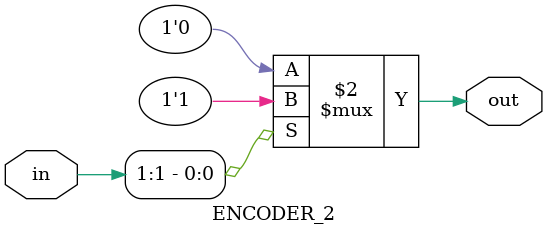
<source format=v>
module ENCODER_64 (
    input [64 - 1:0] in,
    output [6 - 1:0] out
);
    wire [5 - 1:0] left, right;
    
    ENCODER_32 
        l (
            .in(in[63:32]),
            .out(left)
        ), 
        r (
            .in(in[31:0]),
            .out(right)
        );
    
    assign out = (
        in[63:32] > 0 ? 
        {1'b1, left} :
        {1'b0, right}
    );
endmodule

// ---------- 2^5 = 32 Encoder ------------
module ENCODER_32 (
    input [32 - 1:0] in,
    output [5 - 1:0] out
);
    wire [4 - 1:0] left, right;
    
    ENCODER_16
        l (
            .in(in[31:16]),
            .out(left)
        ), 
        r (
            .in(in[15:0]),
            .out(right)
        );
    
    assign out = (
        in[31:16] > 0 ? 
        {1'b1, left} :
        {1'b0, right}
    );
endmodule

// ---------- 2^4 = 16 Encoder ------------
module ENCODER_16 (
    input [16 - 1:0] in,
    output [4 - 1:0] out
);
    wire [3 - 1:0] left, right;
    
    ENCODER_8
        l (
            .in(in[15:8]),
            .out(left)
        ), 
        r (
            .in(in[7:0]),
            .out(right)
        );
    
    assign out = (
        in[15:8] > 0 ? 
        {1'b1, left} :
        {1'b0, right}
    );
endmodule

// ---------- 2^3 = 8 Encoder ------------
module ENCODER_8 (
    input [8 - 1:0] in,
    output [3 - 1:0] out
);
    wire [2 - 1:0] left, right;
    
    ENCODER_4 
        l (
            .in(in[7:4]),
            .out(left)
        ), 
        r (
            .in(in[3:0]),
            .out(right)
        );
    
    assign out = (
        in[7:4] > 0 ? 
        {1'b1, left} :
        {1'b0, right}
    );
endmodule

// ---------- 2^2 = 4 Encoder ------------
module ENCODER_4 (
    input [4 - 1:0] in,
    output [2 - 1:0] out
);
    wire [1 - 1:0] left, right;
    
    ENCODER_2 
        l (
            .in(in[3:2]),
            .out(left)
        ), 
        r (
            .in(in[1:0]),
            .out(right)
        );
    
    assign out = (
        in[3:2] > 0 ? 
        {1'b1, left} :
        {1'b0, right}
    );
endmodule

// ---------- 2^1 = 2 Encoder ------------
module ENCODER_2 (
    input [2 - 1:0] in,
    output [1 - 1:0] out
);
    assign out = (in[1] == 1'b1 ? 1'b1 : 1'b0);
endmodule
</source>
